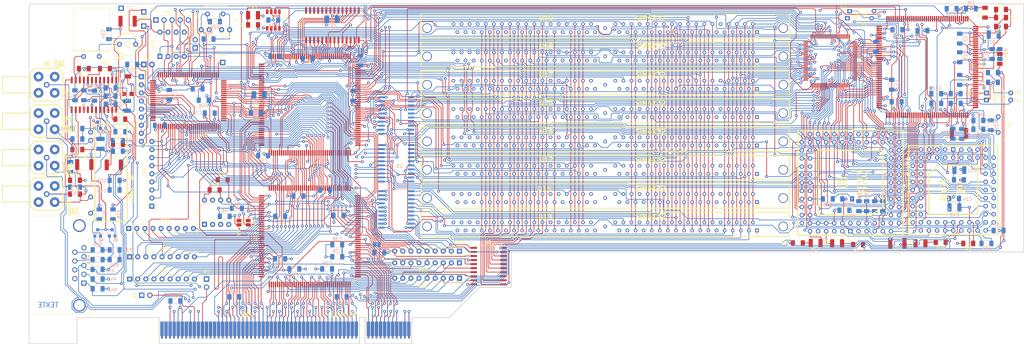
<source format=kicad_pcb>
(kicad_pcb (version 20220427) (generator pcbnew)

  (general
    (thickness 1.600198)
  )

  (paper "A3")
  (title_block
    (title "KiCad demo")
    (date "2015-10-14")
    (rev "1.A")
  )

  (layers
    (0 "F.Cu" signal "top_copper")
    (1 "In1.Cu" signal "GND_layer")
    (2 "In2.Cu" signal "VCC_layer")
    (31 "B.Cu" signal "bottom_copper")
    (32 "B.Adhes" user "B.Adhesive")
    (33 "F.Adhes" user "F.Adhesive")
    (34 "B.Paste" user)
    (35 "F.Paste" user)
    (36 "B.SilkS" user "B.Silkscreen")
    (37 "F.SilkS" user "F.Silkscreen")
    (38 "B.Mask" user)
    (39 "F.Mask" user)
    (40 "Dwgs.User" user "User.Drawings")
    (41 "Cmts.User" user "User.Comments")
    (42 "Eco1.User" user "User.Eco1")
    (43 "Eco2.User" user "User.Eco2")
    (44 "Edge.Cuts" user)
    (45 "Margin" user)
    (46 "B.CrtYd" user "B.Courtyard")
    (47 "F.CrtYd" user "F.Courtyard")
    (48 "B.Fab" user)
    (49 "F.Fab" user)
  )

  (setup
    (stackup
      (layer "F.SilkS" (type "Top Silk Screen") (color "White"))
      (layer "F.Paste" (type "Top Solder Paste"))
      (layer "F.Mask" (type "Top Solder Mask") (color "Green") (thickness 0.01))
      (layer "F.Cu" (type "copper") (thickness 0.035))
      (layer "dielectric 1" (type "core") (thickness 0.480066) (material "FR4") (epsilon_r 4.5) (loss_tangent 0.02))
      (layer "In1.Cu" (type "copper") (thickness 0.035))
      (layer "dielectric 2" (type "prepreg") (thickness 0.480066) (material "FR4") (epsilon_r 4.5) (loss_tangent 0.02))
      (layer "In2.Cu" (type "copper") (thickness 0.035))
      (layer "dielectric 3" (type "core") (thickness 0.480066) (material "FR4") (epsilon_r 4.5) (loss_tangent 0.02))
      (layer "B.Cu" (type "copper") (thickness 0.035))
      (layer "B.Mask" (type "Bottom Solder Mask") (color "Green") (thickness 0.01))
      (layer "B.Paste" (type "Bottom Solder Paste"))
      (layer "B.SilkS" (type "Bottom Silk Screen") (color "White"))
      (copper_finish "HAL lead-free")
      (dielectric_constraints no)
    )
    (pad_to_mask_clearance 0)
    (aux_axis_origin 40.9 173.1)
    (pcbplotparams
      (layerselection 0x00010fc_ffffffff)
      (plot_on_all_layers_selection 0x0001000_00000000)
      (disableapertmacros false)
      (usegerberextensions false)
      (usegerberattributes true)
      (usegerberadvancedattributes true)
      (creategerberjobfile true)
      (dashed_line_dash_ratio 12.000000)
      (dashed_line_gap_ratio 3.000000)
      (svgprecision 6)
      (plotframeref false)
      (viasonmask false)
      (mode 1)
      (useauxorigin false)
      (hpglpennumber 1)
      (hpglpenspeed 20)
      (hpglpendiameter 15.000000)
      (dxfpolygonmode true)
      (dxfimperialunits true)
      (dxfusepcbnewfont true)
      (psnegative false)
      (psa4output false)
      (plotreference true)
      (plotvalue true)
      (plotinvisibletext false)
      (sketchpadsonfab false)
      (subtractmaskfromsilk false)
      (outputformat 1)
      (mirror false)
      (drillshape 0)
      (scaleselection 1)
      (outputdirectory "plots")
    )
  )

  (net 0 "")
  (net 1 "+12V")
  (net 2 "+3.3V")
  (net 3 "+5F")
  (net 4 "/ESVIDEO-RVB/OE_RVB-")
  (net 5 "/ESVIDEO-RVB/REF+")
  (net 6 "/ESVIDEO-RVB/VAA")
  (net 7 "/buspci.sch/EA1")
  (net 8 "/buspci.sch/EA10")
  (net 9 "/buspci.sch/EA11")
  (net 10 "/buspci.sch/EA12")
  (net 11 "/buspci.sch/EA13")
  (net 12 "/buspci.sch/EA14")
  (net 13 "/buspci.sch/EA15")
  (net 14 "/buspci.sch/EA2")
  (net 15 "/buspci.sch/EA3")
  (net 16 "/buspci.sch/EA4")
  (net 17 "/buspci.sch/EA5")
  (net 18 "/buspci.sch/EA6")
  (net 19 "/buspci.sch/EA7")
  (net 20 "/buspci.sch/EA9")
  (net 21 "/buspci.sch/EQ0")
  (net 22 "/buspci.sch/EQ1")
  (net 23 "/buspci.sch/EQ2")
  (net 24 "/buspci.sch/EQ3")
  (net 25 "/buspci.sch/EQ4")
  (net 26 "/buspci.sch/EQ5")
  (net 27 "/buspci.sch/EQ6")
  (net 28 "/buspci.sch/EQ7")
  (net 29 "/buspci.sch/P_AD0")
  (net 30 "/buspci.sch/P_AD1")
  (net 31 "/buspci.sch/P_AD10")
  (net 32 "/buspci.sch/P_AD11")
  (net 33 "/buspci.sch/P_AD12")
  (net 34 "/buspci.sch/P_AD13")
  (net 35 "/buspci.sch/P_AD14")
  (net 36 "/buspci.sch/P_AD15")
  (net 37 "/buspci.sch/P_AD16")
  (net 38 "/buspci.sch/P_AD17")
  (net 39 "/buspci.sch/P_AD18")
  (net 40 "/buspci.sch/P_AD19")
  (net 41 "/buspci.sch/P_AD2")
  (net 42 "/buspci.sch/P_AD20")
  (net 43 "/buspci.sch/P_AD21")
  (net 44 "/buspci.sch/P_AD22")
  (net 45 "/buspci.sch/P_AD23")
  (net 46 "/buspci.sch/P_AD24")
  (net 47 "/buspci.sch/P_AD25")
  (net 48 "/buspci.sch/P_AD26")
  (net 49 "/buspci.sch/P_AD27")
  (net 50 "/buspci.sch/P_AD28")
  (net 51 "/buspci.sch/P_AD29")
  (net 52 "/buspci.sch/P_AD3")
  (net 53 "/buspci.sch/P_AD30")
  (net 54 "/buspci.sch/P_AD31")
  (net 55 "/buspci.sch/P_AD4")
  (net 56 "/buspci.sch/P_AD5")
  (net 57 "/buspci.sch/P_AD6")
  (net 58 "/buspci.sch/P_AD7")
  (net 59 "/buspci.sch/P_AD8")
  (net 60 "/buspci.sch/P_AD9")
  (net 61 "unconnected-(BUS1-PadA1)")
  (net 62 "unconnected-(BUS1-PadA3)")
  (net 63 "unconnected-(BUS1-PadA7)")
  (net 64 "unconnected-(BUS1-PadA9)")
  (net 65 "/buspci.sch/P_CLK")
  (net 66 "/buspci.sch/P_DEVSEL#")
  (net 67 "/buspci.sch/P_FRAME#")
  (net 68 "/buspci.sch/P_GNT#")
  (net 69 "/buspci.sch/P_IDSEL")
  (net 70 "/buspci.sch/P_INTA#")
  (net 71 "/buspci.sch/P_IRDY#")
  (net 72 "/buspci.sch/P_LOCK#")
  (net 73 "/buspci.sch/P_PAR")
  (net 74 "/buspci.sch/P_PERR#")
  (net 75 "/buspci.sch/P_REQ#")
  (net 76 "/buspci.sch/P_RST#")
  (net 77 "/buspci.sch/P_SERR#")
  (net 78 "/buspci.sch/P_STOP#")
  (net 79 "/buspci.sch/P_TRDY#")
  (net 80 "/graphic/14MHZOUT")
  (net 81 "/graphic/CCLK")
  (net 82 "/graphic/CLK10MHz")
  (net 83 "/graphic/CSIO-")
  (net 84 "/graphic/DIN")
  (net 85 "/graphic/DONE")
  (net 86 "/graphic/HDOUT")
  (net 87 "/graphic/HDREFOUT")
  (net 88 "/graphic/IA0")
  (net 89 "/graphic/IA1")
  (net 90 "/graphic/IA2")
  (net 91 "/graphic/IA3")
  (net 92 "/graphic/IA4")
  (net 93 "/graphic/IA5")
  (net 94 "/graphic/IA6")
  (net 95 "/graphic/IA7")
  (net 96 "/graphic/IA8")
  (net 97 "/graphic/IA9")
  (net 98 "/graphic/ICAS-")
  (net 99 "/graphic/ID0")
  (net 100 "/graphic/ID1")
  (net 101 "/graphic/ID2")
  (net 102 "/graphic/ID3")
  (net 103 "/graphic/IOE-")
  (net 104 "/graphic/IRAS-")
  (net 105 "/graphic/IWR-")
  (net 106 "/graphic/LED")
  (net 107 "/graphic/PROG*")
  (net 108 "/graphic/RESERV1")
  (net 109 "/graphic/VOSC")
  (net 110 "/graphic/XTAL_I")
  (net 111 "/graphic/X_DIN")
  (net 112 "/modul/CHROM")
  (net 113 "/modul/CVBS")
  (net 114 "/modul/LUM")
  (net 115 "/pal-ntsc.sch/C-VIDEO")
  (net 116 "/pal-ntsc.sch/VAF")
  (net 117 "/pal-ntsc.sch/Y-VIDEO")
  (net 118 "/pal-ntsc.sch/Y_SYNC")
  (net 119 "GND")
  (net 120 "unconnected-(BUS1-PadA11)")
  (net 121 "unconnected-(BUS1-PadA14)")
  (net 122 "Net-(BUS1-PadA4)")
  (net 123 "unconnected-(BUS1-PadA19)")
  (net 124 "unconnected-(BUS1-PadA40)")
  (net 125 "Net-(BUS1-PadB9)")
  (net 126 "unconnected-(BUS1-PadA41)")
  (net 127 "Net-(BUS1-PadB11)")
  (net 128 "/buspci.sch/P_C{slash}BE0#")
  (net 129 "unconnected-(BUS1-PadA60)")
  (net 130 "unconnected-(BUS1-PadB1)")
  (net 131 "unconnected-(BUS1-PadB2)")
  (net 132 "unconnected-(BUS1-PadB7)")
  (net 133 "unconnected-(BUS1-PadB8)")
  (net 134 "unconnected-(BUS1-PadB10)")
  (net 135 "unconnected-(BUS1-PadB14)")
  (net 136 "/buspci.sch/P_C{slash}BE3#")
  (net 137 "/buspci.sch/P_C{slash}BE2#")
  (net 138 "/buspci.sch/P_C{slash}BE1#")
  (net 139 "unconnected-(BUS1-PadB60)")
  (net 140 "Net-(C1-Pad1)")
  (net 141 "Net-(C1-Pad2)")
  (net 142 "Net-(C3-Pad1)")
  (net 143 "Net-(C4-Pad1)")
  (net 144 "Net-(C5-Pad1)")
  (net 145 "Net-(C5-Pad2)")
  (net 146 "Net-(C6-Pad1)")
  (net 147 "Net-(C7-Pad1)")
  (net 148 "Net-(C8-Pad1)")
  (net 149 "Net-(C8-Pad2)")
  (net 150 "Net-(C16-Pad1)")
  (net 151 "Net-(C32-Pad2)")
  (net 152 "Net-(C34-Pad2)")
  (net 153 "Net-(C35-Pad2)")
  (net 154 "Net-(C36-Pad1)")
  (net 155 "Net-(C36-Pad2)")
  (net 156 "Net-(C39-Pad1)")
  (net 157 "Net-(C39-Pad2)")
  (net 158 "Net-(C40-Pad1)")
  (net 159 "Net-(C40-Pad2)")
  (net 160 "Net-(C41-Pad1)")
  (net 161 "Net-(C41-Pad2)")
  (net 162 "Net-(C43-Pad1)")
  (net 163 "Net-(C44-Pad1)")
  (net 164 "Net-(C45-Pad1)")
  (net 165 "Net-(C46-Pad1)")
  (net 166 "Net-(C48-Pad2)")
  (net 167 "Net-(C49-Pad1)")
  (net 168 "Net-(C54-Pad1)")
  (net 169 "Net-(C58-Pad1)")
  (net 170 "Net-(C59-Pad1)")
  (net 171 "Net-(C60-Pad1)")
  (net 172 "Net-(C61-Pad1)")
  (net 173 "Net-(C61-Pad2)")
  (net 174 "Net-(C65-Pad2)")
  (net 175 "Net-(C66-Pad2)")
  (net 176 "Net-(CV1-Pad1)")
  (net 177 "Net-(D6-Pad1)")
  (net 178 "Net-(L1-Pad1)")
  (net 179 "Net-(L6-Pad1)")
  (net 180 "Net-(L6-Pad2)")
  (net 181 "Net-(P4-Pad1)")
  (net 182 "Net-(P9-Pad1)")
  (net 183 "Net-(P10-Pad1)")
  (net 184 "Net-(P11-Pad1)")
  (net 185 "Net-(POT1-Pad1)")
  (net 186 "Net-(Q1-Pad1)")
  (net 187 "Net-(Q1-Pad2)")
  (net 188 "Net-(Q2-Pad1)")
  (net 189 "Net-(Q2-Pad2)")
  (net 190 "Net-(Q3-Pad1)")
  (net 191 "Net-(Q3-Pad2)")
  (net 192 "Net-(R4-Pad1)")
  (net 193 "Net-(R5-Pad1)")
  (net 194 "Net-(R6-Pad1)")
  (net 195 "Net-(R7-Pad1)")
  (net 196 "Net-(R9-Pad2)")
  (net 197 "Net-(R10-Pad2)")
  (net 198 "Net-(R19-Pad2)")
  (net 199 "Net-(R27-Pad1)")
  (net 200 "Net-(R28-Pad2)")
  (net 201 "Net-(R29-Pad2)")
  (net 202 "Net-(R36-Pad2)")
  (net 203 "Net-(R38-Pad1)")
  (net 204 "Net-(U8-Pad58)")
  (net 205 "Net-(U8-Pad60)")
  (net 206 "Net-(U8-Pad62)")
  (net 207 "Net-(U20-Pad23)")
  (net 208 "+5V")
  (net 209 "/GREEN_IN")
  (net 210 "/RED_IN")
  (net 211 "/RED_OUT")
  (net 212 "/GREEN_OUT")
  (net 213 "/BLUE_OUT")
  (net 214 "/C_OUT")
  (net 215 "/Y_OUT")
  (net 216 "/BLUE_IN")
  (net 217 "/CSYNC-OUT")
  (net 218 "/IRQ_SRL")
  (net 219 "/SELECT-")
  (net 220 "/modul/CVBSOUT")
  (net 221 "/{slash}PCWR")
  (net 222 "/PTATN-")
  (net 223 "/X_IRQ")
  (net 224 "/PTADR-")
  (net 225 "/RDFIFO-")
  (net 226 "/WRFIFDO-")
  (net 227 "/PTRDY-")
  (net 228 "/ACCES_RAM-")
  (net 229 "/WRITE_RAM")
  (net 230 "/CSYNCIN-")
  (net 231 "/RDCAD-")
  (net 232 "/WRCAD-")
  (net 233 "/CLAMP")
  (net 234 "/CLKCAD")
  (net 235 "/BLANK-")
  (net 236 "/CLKCDA")
  (net 237 "/RDCDA-")
  (net 238 "/WRCDA-")
  (net 239 "/OE_PAL-")
  (net 240 "/VD_PAL-")
  (net 241 "/HD_PAL-")
  (net 242 "/BT812_WR-")
  (net 243 "/BT812_RD-")
  (net 244 "/SYSRST-")
  (net 245 "/F_PALIN")
  (net 246 "/PTNUM1")
  (net 247 "/PTNUM0")
  (net 248 "/IRQ-")
  (net 249 "/BPCLK")
  (net 250 "/WRFULL")
  (net 251 "/RDEMPTY")
  (net 252 "/PTWR")
  (net 253 "/PTBURST")
  (net 254 "/RAS5-")
  (net 255 "/CAS0-")
  (net 256 "/CAS1-")
  (net 257 "/CAS2-")
  (net 258 "/CAS3-")
  (net 259 "/WRAM-")
  (net 260 "/RAS7-")
  (net 261 "/RAS6-")
  (net 262 "/RAS3-")
  (net 263 "/RAS4-")
  (net 264 "/RAS2-")
  (net 265 "/RAS1-")
  (net 266 "/RAS0-")
  (net 267 "/X_PROG-")
  (net 268 "/X_DATA")
  (net 269 "/X_CLK")
  (net 270 "/ACQ_ON")
  (net 271 "/X_DONE")
  (net 272 "/{slash}PCRD")
  (net 273 "/DQ29")
  (net 274 "/DQ30")
  (net 275 "/DQ31")
  (net 276 "/DQ26")
  (net 277 "/DQ27")
  (net 278 "/DQ28")
  (net 279 "/DQ25")
  (net 280 "/DQ24")
  (net 281 "/DQ17")
  (net 282 "/DQ16")
  (net 283 "/DQ23")
  (net 284 "/DQ22")
  (net 285 "/DQ21")
  (net 286 "/DQ19")
  (net 287 "/DQ18")
  (net 288 "/DQ20")
  (net 289 "/DQ7")
  (net 290 "/DQ6")
  (net 291 "/DQ5")
  (net 292 "/DQ4")
  (net 293 "/DQ3")
  (net 294 "/DQ2")
  (net 295 "/DQ1")
  (net 296 "/DQ0")
  (net 297 "/DQ8")
  (net 298 "/DQ9")
  (net 299 "/DQ10")
  (net 300 "/DQ11")
  (net 301 "/DQ12")
  (net 302 "/DQ13")
  (net 303 "/DQ14")
  (net 304 "/DQ15")
  (net 305 "/TVRAM0")
  (net 306 "/TVRAM1")
  (net 307 "/TVRAM2")
  (net 308 "/TVRAM3")
  (net 309 "/TVRAM4")
  (net 310 "/TVRAM5")
  (net 311 "/TVRAM6")
  (net 312 "/TVRAM7")
  (net 313 "/TVRAM8")
  (net 314 "/TVRAM9")
  (net 315 "/TVRAM10")
  (net 316 "/TVRAM11")
  (net 317 "/TVRAM12")
  (net 318 "/TVRAM13")
  (net 319 "/TVRAM14")
  (net 320 "/TVRAM15")
  (net 321 "/TVRAM16")
  (net 322 "/TVRAM17")
  (net 323 "/TVRAM18")
  (net 324 "/TVRAM19")
  (net 325 "/TVRAM20")
  (net 326 "/TVRAM21")
  (net 327 "/TVRAM22")
  (net 328 "/TVRAM23")
  (net 329 "/TVRAM24")
  (net 330 "/TVRAM25")
  (net 331 "/TVRAM26")
  (net 332 "/TVRAM27")
  (net 333 "/TVRAM28")
  (net 334 "/TVRAM29")
  (net 335 "/TVRAM30")
  (net 336 "/TVRAM31")
  (net 337 "/PCA0")
  (net 338 "/PCA1")
  (net 339 "/PCA2")
  (net 340 "/TVB7")
  (net 341 "/TVB6")
  (net 342 "/TVB5")
  (net 343 "/TVB4")
  (net 344 "/TVB3")
  (net 345 "/TVB2")
  (net 346 "/TVB1")
  (net 347 "/TVB0")
  (net 348 "/TVG7")
  (net 349 "/TVG6")
  (net 350 "/TVG5")
  (net 351 "/TVG4")
  (net 352 "/TVG3")
  (net 353 "/TVG2")
  (net 354 "/TVG1")
  (net 355 "/TVG0")
  (net 356 "/TVR7")
  (net 357 "/TVR6")
  (net 358 "/TVR5")
  (net 359 "/TVR4")
  (net 360 "/TVR3")
  (net 361 "/TVR2")
  (net 362 "/TVR1")
  (net 363 "/TVR0")
  (net 364 "/TVI0")
  (net 365 "/TVI1")
  (net 366 "/ADR6")
  (net 367 "/ADR2")
  (net 368 "/ADR3")
  (net 369 "/ADR4")
  (net 370 "/ADR5")
  (net 371 "/BE-1")
  (net 372 "/BE-2")
  (net 373 "/BE-3")
  (net 374 "/PTBE-3")
  (net 375 "/PTBE-2")
  (net 376 "/PTBE-1")
  (net 377 "/PTBE-0")
  (net 378 "/BE-0")
  (net 379 "/MXA0")
  (net 380 "/MXA1")
  (net 381 "/MXA2")
  (net 382 "/MXA3")
  (net 383 "/MXA4")
  (net 384 "/MXA5")
  (net 385 "/MXA6")
  (net 386 "/MXA10")
  (net 387 "/MXA7")
  (net 388 "/MXA8")
  (net 389 "/MXA9")
  (net 390 "unconnected-(U7-Pad8)")
  (net 391 "unconnected-(U8-Pad4)")
  (net 392 "unconnected-(U8-Pad5)")
  (net 393 "unconnected-(U8-Pad74)")
  (net 394 "unconnected-(U8-Pad77)")
  (net 395 "unconnected-(U8-Pad81)")
  (net 396 "unconnected-(U9-Pad5)")
  (net 397 "unconnected-(U9-Pad6)")
  (net 398 "unconnected-(U9-Pad27)")
  (net 399 "unconnected-(U9-Pad30)")
  (net 400 "unconnected-(U10-Pad25)")
  (net 401 "unconnected-(U10-Pad26)")
  (net 402 "unconnected-(U10-Pad27)")
  (net 403 "unconnected-(U10-Pad28)")
  (net 404 "unconnected-(U10-Pad29)")
  (net 405 "unconnected-(U10-Pad32)")
  (net 406 "unconnected-(U10-Pad33)")
  (net 407 "unconnected-(U10-Pad35)")
  (net 408 "unconnected-(U10-Pad37)")
  (net 409 "unconnected-(U10-Pad38)")
  (net 410 "unconnected-(U10-Pad101)")
  (net 411 "unconnected-(U10-Pad105)")
  (net 412 "unconnected-(U10-Pad106)")
  (net 413 "unconnected-(U10-Pad107)")
  (net 414 "unconnected-(U10-Pad127)")
  (net 415 "unconnected-(U10-Pad129)")
  (net 416 "unconnected-(U10-Pad131)")
  (net 417 "unconnected-(U10-Pad150)")
  (net 418 "unconnected-(U10-Pad152)")
  (net 419 "unconnected-(U10-Pad154)")
  (net 420 "unconnected-(U12-Pad67)")
  (net 421 "unconnected-(U12-Pad68)")
  (net 422 "unconnected-(U12-Pad69)")
  (net 423 "unconnected-(U12-Pad70)")
  (net 424 "unconnected-(U13-Pad67)")
  (net 425 "unconnected-(U13-Pad68)")
  (net 426 "unconnected-(U13-Pad69)")
  (net 427 "unconnected-(U13-Pad70)")
  (net 428 "unconnected-(U14-Pad67)")
  (net 429 "unconnected-(U14-Pad68)")
  (net 430 "unconnected-(U14-Pad69)")
  (net 431 "unconnected-(U14-Pad70)")
  (net 432 "unconnected-(U15-Pad67)")
  (net 433 "unconnected-(U15-Pad68)")
  (net 434 "unconnected-(U15-Pad69)")
  (net 435 "unconnected-(U15-Pad70)")
  (net 436 "unconnected-(U16-Pad67)")
  (net 437 "unconnected-(U16-Pad68)")
  (net 438 "unconnected-(U16-Pad69)")
  (net 439 "unconnected-(U16-Pad70)")
  (net 440 "unconnected-(U17-Pad67)")
  (net 441 "unconnected-(U17-Pad68)")
  (net 442 "unconnected-(U17-Pad69)")
  (net 443 "unconnected-(U17-Pad70)")
  (net 444 "unconnected-(U18-Pad67)")
  (net 445 "unconnected-(U18-Pad68)")
  (net 446 "unconnected-(U18-Pad69)")
  (net 447 "unconnected-(U18-Pad70)")
  (net 448 "unconnected-(U19-Pad67)")
  (net 449 "unconnected-(U19-Pad68)")
  (net 450 "unconnected-(U19-Pad69)")
  (net 451 "unconnected-(U19-Pad70)")
  (net 452 "unconnected-(U20-Pad1)")
  (net 453 "unconnected-(U20-Pad3)")
  (net 454 "unconnected-(U20-Pad4)")
  (net 455 "unconnected-(U20-Pad5)")
  (net 456 "unconnected-(U21-Pad6)")
  (net 457 "unconnected-(U22-Pad3)")
  (net 458 "unconnected-(U22-Pad4)")
  (net 459 "unconnected-(U22-Pad5)")
  (net 460 "unconnected-(U22-Pad6)")
  (net 461 "unconnected-(U22-Pad10)")
  (net 462 "unconnected-(U22-Pad14)")
  (net 463 "unconnected-(U22-Pad15)")
  (net 464 "unconnected-(U22-Pad16)")
  (net 465 "unconnected-(U22-Pad27)")
  (net 466 "unconnected-(U22-Pad30)")
  (net 467 "unconnected-(U22-Pad65)")
  (net 468 "unconnected-(U22-Pad66)")
  (net 469 "unconnected-(U22-Pad73)")
  (net 470 "unconnected-(U22-Pad76)")
  (net 471 "unconnected-(U23-Pad2)")
  (net 472 "unconnected-(U23-Pad31)")
  (net 473 "unconnected-(U23-Pad33)")
  (net 474 "unconnected-(U23-Pad49)")
  (net 475 "unconnected-(U23-Pad50)")
  (net 476 "unconnected-(U23-Pad58)")
  (net 477 "unconnected-(U23-Pad60)")
  (net 478 "unconnected-(U23-Pad62)")
  (net 479 "unconnected-(U23-Pad68)")
  (net 480 "unconnected-(U23-Pad76)")
  (net 481 "unconnected-(U23-Pad79)")
  (net 482 "unconnected-(U23-Pad98)")
  (net 483 "unconnected-(U23-Pad99)")
  (net 484 "unconnected-(U23-Pad100)")
  (net 485 "unconnected-(U24-Pad84)")
  (net 486 "unconnected-(U24-Pad121)")

  (footprint "footprints:BUSPCI" (layer "F.Cu") (at 158.115 158.75))

  (footprint "Resistor_SMD:R_1206_3216Metric_Pad1.30x1.75mm_HandSolder" (layer "F.Cu") (at 358.521 58.293))

  (footprint "Resistor_SMD:R_1206_3216Metric_Pad1.30x1.75mm_HandSolder" (layer "F.Cu") (at 358.14 73.787 -90))

  (footprint "Resistor_SMD:R_1210_3225Metric_Pad1.30x2.65mm_HandSolder" (layer "F.Cu") (at 333.248 131.699))

  (footprint "Resistor_SMD:R_1210_3225Metric_Pad1.30x2.65mm_HandSolder" (layer "F.Cu") (at 307.086 131.699))

  (footprint "Resistor_SMD:R_1210_3225Metric_Pad1.30x2.65mm_HandSolder" (layer "F.Cu") (at 300.355 131.572 180))

  (footprint "Resistor_SMD:R_1206_3216Metric_Pad1.30x1.75mm_HandSolder" (layer "F.Cu") (at 358.521 60.833))

  (footprint "Capacitor_THT:C_Disc_D3.0mm_W2.0mm_P2.50mm" (layer "F.Cu") (at 116.459 64.643 180))

  (footprint "Capacitor_THT:C_Disc_D3.0mm_W2.0mm_P2.50mm" (layer "F.Cu") (at 107.569 64.643))

  (footprint "Resistor_SMD:R_1206_3216Metric_Pad1.30x1.75mm_HandSolder" (layer "F.Cu") (at 82.169 92.71))

  (footprint "Resistor_SMD:R_1206_3216Metric_Pad1.30x1.75mm_HandSolder" (layer "F.Cu") (at 81.432003 100.609389))

  (footprint "Resistor_SMD:R_1206_3216Metric_Pad1.30x1.75mm_HandSolder" (layer "F.Cu") (at 68.707 102.235 180))

  (footprint "Resistor_SMD:R_1210_3225Metric_Pad1.30x2.65mm_HandSolder" (layer "F.Cu") (at 123.825 60.092628))

  (footprint "footprints:CV3-30PF" (layer "F.Cu") (at 84.455 69.215 180))

  (footprint "Diode_THT:D_DO-34_SOD68_P7.62mm_Horizontal" (layer "F.Cu") (at 310.300142 61.039361))

  (footprint "Diode_THT:D_DO-34_SOD68_P7.62mm_Horizontal" (layer "F.Cu") (at 311.023 58.801))

  (footprint "Diode_THT:D_DO-34_SOD68_P7.62mm_Horizontal" (layer "F.Cu") (at 353.949 84.455))

  (footprint "Diode_THT:D_DO-34_SOD68_P7.62mm_Horizontal" (layer "F.Cu") (at 353.949 86.719165))

  (footprint "footprints:LED_D3.0mm" (layer "F.Cu") (at 89.535 75.565))

  (footprint "Resistor_SMD:R_1812_4532Metric_Pad1.30x3.40mm_HandSolder" (layer "F.Cu") (at 80.137 107.061))

  (footprint "Resistor_SMD:R_1812_4532Metric_Pad1.30x3.40mm_HandSolder" (layer "F.Cu") (at 84.455 61.976 180))

  (footprint "Resistor_SMD:R_1812_4532Metric_Pad1.30x3.40mm_HandSolder" (layer "F.Cu") (at 70.866 106.934))

  (footprint "Resistor_SMD:R_1812_4532Metric_Pad1.30x3.40mm_HandSolder" (layer "F.Cu") (at 345.313 97.155))

  (footprint "Resistor_SMD:R_1812_4532Metric_Pad1.30x3.40mm_HandSolder" (layer "F.Cu") (at 326.009 131.572 180))

  (footprint "footprints:LRTDK" (layer "F.Cu") (at 72.873768 109.506012 -90))

  (footprint "footprints:subclick" (layer "F.Cu") (at 59.055 104.775 180))

  (footprint "footprints:subclick" (layer "F.Cu") (at 59.055 116.205 180))

  (footprint "footprints:subclick" (layer "F.Cu") (at 59.055 93.345 180))

  (footprint "Connector_PinHeader_2.54mm:PinHeader_1x02_P2.54mm_Vertical" (layer "F.Cu") (at 105.664 70.358 180))

  (footprint "Connector_PinHeader_2.54mm:PinHeader_1x05_P2.54mm_Vertical" (layer "F.Cu") (at 93.345 61.595 90))

  (footprint "footprints:subclick" (layer "F.Cu") (at 59.055 81.915 180))

  (footprint "Connector_PinHeader_2.54mm:PinHeader_1x01_P2.54mm_Vertical" (layer "F.Cu") (at 114.3 74.93))

  (footprint "Connector_PinHeader_2.54mm:PinHeader_1x01_P2.54mm_Vertical" (layer "F.Cu") (at 89.535 59.055))

  (footprint "Connector_PinHeader_2.54mm:PinHeader_1x01_P2.54mm_Vertical" (layer "F.Cu") (at 89.535 63.5))

  (footprint "Connector_PinHeader_2.54mm:PinHeader_1x01_P2.54mm_Vertical" (layer "F.Cu") (at 82.423 57.912))

  (footprint "Potentiometer_SMD:Potentiometer_Bourns_3314G_Vertical" (layer "F.Cu")
    (tstamp 00000000-0000-0000-0000-00005402cef3)
    (at 84.539957 82.042 180)
    (descr "Potentiometer, vertical, Bourns 3314G, http://www.bourns.com/docs/Product-Datasheets/3314.pdf")
    (tags "Potentiometer vertical Bourns 3314G")
    (property "Sheetfile" "modul.kicad_sch")
    (property "Sheetname" "modul")
    (path "/00000000-0000-0000-0000-00004bf0367f/00000000-0000-0000-0000-00002276109d")
    (attr smd)
    (fp_text reference "POT1" (at 0 -4.445) (layer "F.SilkS")
        (effects (font (size 1 1) (thickness 0.15)))
      (tstamp a6bae532-c609-44ad-b0a2-f032c5b6df76)
    )
    (fp_text value "100K" (at 0 4.65) (layer "F.Fab")
        (effects (font (size 1 1) (thickness 0.15)))
      (tstamp ae5cb739-f699-4831-b19d-b14d936d155c)
    )
    (fp_text user "${REFERENCE}" (at 0 -1.7) (layer "F.Fab")
        (effects (font (size 0.63 0.63) (thickness 0.15)))
      (tstamp e0b54d73-18dd-4c6c-b332-0a66c9615152)
    )
    (fp_line (start -2.37 -2.37) (end -2.37 2.37)
      (stroke (width 0.12) (type solid)) (layer "F.SilkS") (tstamp 31f6e077-e741-4560-9283-4f91a372a5ef))
    (fp_line (start -2.37 -2.37) (end -2.039 -2.37)
      (stroke (width 0.12) (type solid)) (layer "F.SilkS") (tstamp ca1127d2-6f82-4959-945c-3cf13f157f24))
    (fp_line (start -2.37 2.37) (end -1.24 2.37)
      (stroke (width 0.12) (type solid)) (layer "F.SilkS") (tstamp e5d9073f-f5a0-46f3-a22f-9c7c0aec2d23))
    (fp_line (start -0.259 -2.37) (end 0.26 -2.37)
      (stroke (width 0.12) (type solid)) (layer "F.SilkS") (tstamp e3ec2c85-906f-4f74-89fd-fac01925b09f))
    (fp_line (start 1.24 2.37) (end 2.37 2.37)
      (stroke (width 0.12) (type solid)) (layer "F.SilkS") (tstamp 355cc953-0a09-47bc-bcb1-f2a7211bda9a))
    (fp_line (start 2.04 -2.37) (end 2.37 -2.37)
      (stroke (width 0.12) (type solid)) (layer "F.SilkS") (tstamp 1db777b4-75fd-4e00-ab12-e2be2a389377))
    (fp_line (start 2.37 -2.37) (end 2.37 2.37)
      (stroke (width 0.12) (type solid)) (layer "F.SilkS") (tstamp b4679eeb-f551-4a51-8571-2b27bc4dcf81))
    (fp_line (start -2.5 -3.65) (end -2.5 3.65)
      (stroke (width 0.05) (type solid)) (layer "F.CrtYd") (tstamp bc7bcee6-2751-4935-a9bd-170bc58b30cc))
    (fp_line (start -2.5 3.65) (end 2.5 3.65)
      (stroke (width 0.05) (type solid)) (layer "F.CrtYd") (tstamp 180add93-5717-4d5a-9d04-e36a14cdb7b9))
    (fp_line (start 2.5 -3.65) (end -2.5 -3.65)
      (stroke (width 0.05) (type solid)) (layer "F.CrtYd") (tstamp fc6c644f-71f9-40f9-9c45-d07964d39b7e))
    (fp_line (start 2.5 3.65) (end 2.5 -3.65)
      (stroke (width 0.05) (type solid)) (layer "F.CrtYd") (tstamp fe646446-fc20-4fa8-83bd-d34df96dbafb))
    (fp_line (start -2.25 -2.25) (end -2.25 2.25)
      (stroke (width 0.1) (type solid)) (layer "F.Fab") (tstamp 29650df8-efdc-4a8a-9070-f44c41da80c5))
    (fp_line (start -2.25 2.25) (end 2.25 2.25)
      (stroke (width 0.1) (type solid)) (layer "F.Fab") (tstamp 1616617b-4a81-482c-83cf-a0b35fb0c37a))
    (fp_line (start 0 0.99) (end 0.001 -0.989)
      (stroke (width 0.1) (type solid)) (layer "F.Fab") (tstamp 31ff5620-ff64-48d0-84a9-dffbddc5d494))
    (fp_line (start 0 0.99) (end 0.001 -0.989)
      (stroke (width 0.1) (type solid)) (layer "F.Fab") (tstamp 55fe583f-abc4-4aad-be54-b9faa6f6ac3c))
    (fp_line (start 2.25 -2.25) (end -
... [7487395 chars truncated]
</source>
